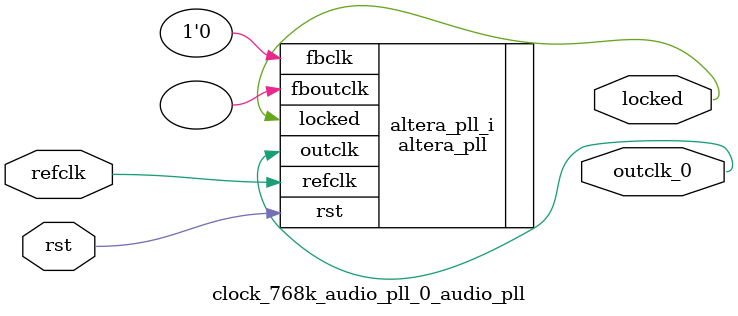
<source format=v>
`timescale 1ns/10ps
module  clock_768k_audio_pll_0_audio_pll(

	// interface 'refclk'
	input wire refclk,

	// interface 'reset'
	input wire rst,

	// interface 'outclk0'
	output wire outclk_0,

	// interface 'locked'
	output wire locked
);

	altera_pll #(
		.fractional_vco_multiplier("false"),
		.reference_clock_frequency("100.0 MHz"),
		.operation_mode("direct"),
		.number_of_clocks(1),
		.output_clock_frequency0("1.535988 MHz"),
		.phase_shift0("0 ps"),
		.duty_cycle0(50),
		.output_clock_frequency1("0 MHz"),
		.phase_shift1("0 ps"),
		.duty_cycle1(50),
		.output_clock_frequency2("0 MHz"),
		.phase_shift2("0 ps"),
		.duty_cycle2(50),
		.output_clock_frequency3("0 MHz"),
		.phase_shift3("0 ps"),
		.duty_cycle3(50),
		.output_clock_frequency4("0 MHz"),
		.phase_shift4("0 ps"),
		.duty_cycle4(50),
		.output_clock_frequency5("0 MHz"),
		.phase_shift5("0 ps"),
		.duty_cycle5(50),
		.output_clock_frequency6("0 MHz"),
		.phase_shift6("0 ps"),
		.duty_cycle6(50),
		.output_clock_frequency7("0 MHz"),
		.phase_shift7("0 ps"),
		.duty_cycle7(50),
		.output_clock_frequency8("0 MHz"),
		.phase_shift8("0 ps"),
		.duty_cycle8(50),
		.output_clock_frequency9("0 MHz"),
		.phase_shift9("0 ps"),
		.duty_cycle9(50),
		.output_clock_frequency10("0 MHz"),
		.phase_shift10("0 ps"),
		.duty_cycle10(50),
		.output_clock_frequency11("0 MHz"),
		.phase_shift11("0 ps"),
		.duty_cycle11(50),
		.output_clock_frequency12("0 MHz"),
		.phase_shift12("0 ps"),
		.duty_cycle12(50),
		.output_clock_frequency13("0 MHz"),
		.phase_shift13("0 ps"),
		.duty_cycle13(50),
		.output_clock_frequency14("0 MHz"),
		.phase_shift14("0 ps"),
		.duty_cycle14(50),
		.output_clock_frequency15("0 MHz"),
		.phase_shift15("0 ps"),
		.duty_cycle15(50),
		.output_clock_frequency16("0 MHz"),
		.phase_shift16("0 ps"),
		.duty_cycle16(50),
		.output_clock_frequency17("0 MHz"),
		.phase_shift17("0 ps"),
		.duty_cycle17(50),
		.pll_type("General"),
		.pll_subtype("General")
	) altera_pll_i (
		.rst	(rst),
		.outclk	({outclk_0}),
		.locked	(locked),
		.fboutclk	( ),
		.fbclk	(1'b0),
		.refclk	(refclk)
	);
endmodule


</source>
